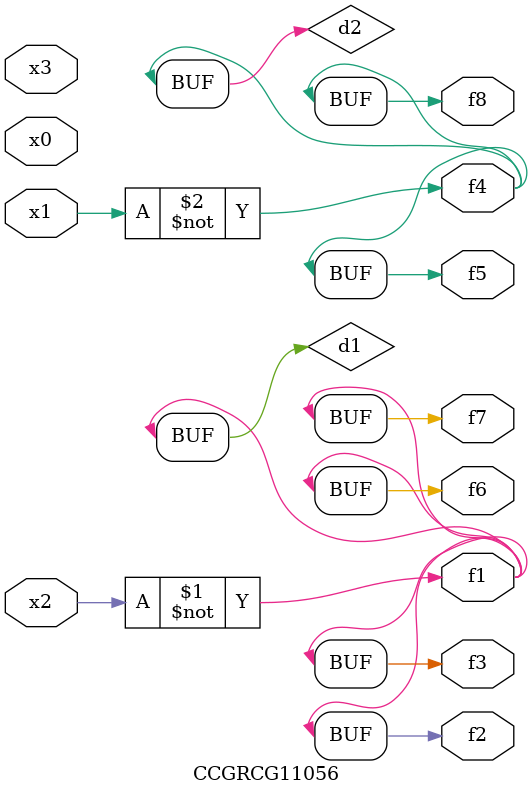
<source format=v>
module CCGRCG11056(
	input x0, x1, x2, x3,
	output f1, f2, f3, f4, f5, f6, f7, f8
);

	wire d1, d2;

	xnor (d1, x2);
	not (d2, x1);
	assign f1 = d1;
	assign f2 = d1;
	assign f3 = d1;
	assign f4 = d2;
	assign f5 = d2;
	assign f6 = d1;
	assign f7 = d1;
	assign f8 = d2;
endmodule

</source>
